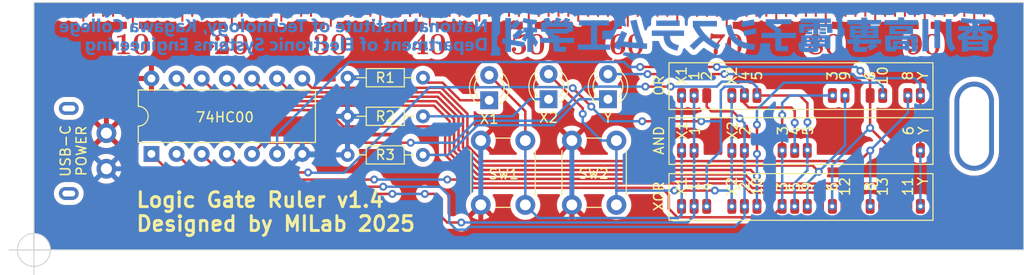
<source format=kicad_pcb>
(kicad_pcb (version 20241229) (generator "pcbnew") (generator_version "9.0")
  (layers (0 "F.Cu" signal) (2 "B.Cu" signal) (13 "F.Paste" user) (15 "B.Paste" user) (5 "F.SilkS" user "F.Silkscreen") (7 "B.SilkS" user "B.Silkscreen") (1 "F.Mask" user) (3 "B.Mask" user) (25 "Edge.Cuts" user))
  (net 0 "")
  (net 1 "/X1")
  (net 2 "/74HC00-1")
  (net 3 "/74HC00-4")
  (net 4 "/X2")
  (net 5 "/74HC00-2")
  (net 6 "/74HC00-10")
  (net 7 "/74HC00-3")
  (net 8 "/74HC00-5")
  (net 9 "/74HC00-9")
  (net 10 "/74HC00-6")
  (net 11 "/74HC00-12")
  (net 12 "/74HC00-8")
  (net 13 "/74HC00-13")
  (net 14 "/74HC00-11")
  (net 15 "/Y")
  (net 16 "+5V")
  (net 17 "GND")
  (net 19 "Net-(D1-Pad1)")
  (net 20 "Net-(D2-Pad1)")
  (net 21 "Net-(D3-Pad1)")
  (footprint "LED_THT:LED_D3.0mm" (layer "F.Cu") (at 86 39.88 90)
    (property "Reference" "X1")
    (property "Value" "LED")
  )
  (footprint "simpleLogicCircuit:pads_of_and" (layer "F.Cu") (at 105.435 44.9525)
    (property "Reference" "AND")
    (property "Value" "Pads_AND")
  )
  (footprint "LED_THT:LED_D3.0mm" (layer "F.Cu") (at 92 39.775 90)
    (property "Reference" "X2")
    (property "Value" "LED")
  )
  (footprint "LED_THT:LED_D3.0mm" (layer "F.Cu") (at 98 39.775 90)
    (property "Reference" "Y")
    (property "Value" "LED")
  )
  (footprint "Resistor_THT:R_Axial_DIN0204_L3.6mm_D1.6mm_P7.62mm_Horizontal" (layer "F.Cu") (at 79.31 45.4 180)
    (property "Reference" "R3")
    (property "Value" "R")
  )
  (footprint "simpleLogicCircuit:USB-C-A295-CTRPB-1" (layer "F.Cu") (at 39.925 45 -90)
    (property "Reference" "USB-CPWR" (hide yes))
    (property "Value" "USB_C_Receptacle_PowerOnly_6P")
  )
  (footprint "simpleLogicCircuit:numbers_footprint_835_fmask" (layer "F.Cu") (at 89.9 34.3)
    (property "Reference" "G***" (hide yes))
    (property "Value" "LOGO" (hide yes))
  )
  (footprint "Button_Switch_THT:SW_PUSH_6mm" (layer "F.Cu") (at 94.35 50.45 90)
    (property "Reference" "SW2")
    (property "Value" "SW_Push")
  )
  (footprint "Resistor_THT:R_Axial_DIN0204_L3.6mm_D1.6mm_P7.62mm_Horizontal" (layer "F.Cu") (at 79.31 41.5 180)
    (property "Reference" "R2")
    (property "Value" "R")
  )
  (footprint "Package_DIP:DIP-14_W7.62mm" (layer "F.Cu") (at 51.875 45.3 90)
    (property "Reference" "74HC00")
    (property "Value" "74HC00")
  )
  (footprint "simpleLogicCircuit:pads_of_xor" (layer "F.Cu") (at 105.435 50.6)
    (property "Reference" "XOR")
    (property "Value" "Pads_XOR")
  )
  (footprint "simpleLogicCircuit:numbers_footprint_835_fcu" (layer "F.Cu") (at 89.9 34.3)
    (property "Reference" "G***" (hide yes))
    (property "Value" "LOGO" (hide yes))
  )
  (footprint "simpleLogicCircuit:pads_of_or" (layer "F.Cu") (at 105.435 39.4)
    (property "Reference" "OR")
    (property "Value" "Pads_OR")
  )
  (footprint "simpleLogicCircuit:keyringhole" (layer "F.Cu") (at 135 42.5)
    (property "Reference" "REF**" (hide yes))
    (property "Value" "keyringhole" (hide yes))
  )
  (footprint "Button_Switch_THT:SW_PUSH_6mm" (layer "F.Cu") (at 85.15 50.45 90)
    (property "Reference" "SW1")
    (property "Value" "SW_Push")
  )
  (footprint "simpleLogicCircuit:ruler_10cm" (layer "F.Cu") (at 40 30)
    (property "Reference" "REF**" (hide yes))
    (property "Value" "ruler_10cm")
  )
  (footprint "Resistor_THT:R_Axial_DIN0204_L3.6mm_D1.6mm_P7.62mm_Horizontal" (layer "F.Cu") (at 79.31 37.6 180)
    (property "Reference" "R1")
    (property "Value" "R")
  )
  (footprint "simpleLogicCircuit:logo_text_nitkc" (layer "B.Cu") (at 89.452441 33.778223 180)
    (property "Reference" "G***" (hide yes))
    (property "Value" "LOGO" (hide yes))
  )
  (gr_rect (start 40 30) (end 140 55) (stroke (width 0.1)) (fill no) (layer "Edge.Cuts"))
  (gr_text "Logic Gate Ruler v1.4\nDesigned by MILab 2025" (at 50.2 51.15 0) (layer "F.SilkS") (effects (font (size 1.5 1.5) (thickness 0.3)) (justify left)))
  (gr_text "USB-C\nPOWER" (at 44 45 90) (layer "F.SilkS") (effects (font (size 1 1))))
  (target plus (at 40 55) (size 5) (width 0.1) (layer "Edge.Cuts"))
  (segment (start 89.65 40.99) (end 89.65 43.95) (width 0.25) (layer "F.Cu") (net 1))
  (segment (start 86 37.34) (end 89.65 40.99) (width 0.25) (layer "F.Cu") (net 1))
  (via (at 105.45 39.4) (size 0.8) (drill 0.4) (layers "F.Cu" "B.Cu") (net 1))
  (via (at 105.435 50.6) (size 0.8) (drill 0.4) (layers "F.Cu" "B.Cu") (net 1))
  (via (at 105.45 44.95) (size 0.8) (drill 0.4) (layers "F.Cu" "B.Cu") (net 1))
  (segment (start 105.45 39.4) (end 105.45 44.95) (width 0.25) (layer "B.Cu") (net 1))
  (segment (start 105.45 50.585) (end 105.435 50.6) (width 0.25) (layer "B.Cu") (net 1))
  (segment (start 105.095 51.775) (end 105.435 51.435) (width 0.25) (layer "B.Cu") (net 1))
  (segment (start 89.65 50.45) (end 90.975 51.775) (width 0.25) (layer "B.Cu") (net 1))
  (segment (start 89.65 43.95) (end 89.65 50.45) (width 0.25) (layer "B.Cu") (net 1))
  (segment (start 105.435 51.435) (end 105.435 50.6) (width 0.25) (layer "B.Cu") (net 1))
  (segment (start 105.45 44.95) (end 105.45 48.65) (width 0.25) (layer "B.Cu") (net 1))
  (segment (start 105.45 48.65) (end 105.45 50.585) (width 0.25) (layer "B.Cu") (net 1))
  (segment (start 90.975 51.775) (end 105.095 51.775) (width 0.25) (layer "B.Cu") (net 1))
  (segment (start 80.719 49.339) (end 81.15 49.77) (width 0.25) (layer "F.Cu") (net 2))
  (segment (start 81.76 52.23) (end 81.15 51.62) (width 0.25) (layer "F.Cu") (net 2))
  (segment (start 79.501 49.339) (end 80.719 49.339) (width 0.25) (layer "F.Cu") (net 2))
  (segment (start 83.18 52.23) (end 81.76 52.23) (width 0.25) (layer "F.Cu") (net 2))
  (segment (start 51.875 45.3) (end 55.1325 48.5575) (width 0.25) (layer "F.Cu") (net 2))
  (segment (start 55.1325 48.5575) (end 55.914 49.339) (width 0.25) (layer "F.Cu") (net 2))
  (segment (start 81.15 49.77) (end 81.15 51.62) (width 0.25) (layer "F.Cu") (net 2))
  (segment (start 55.914 49.339) (end 76.2147 49.339) (width 0.25) (layer "F.Cu") (net 2))
  (via (at 79.501 49.339) (size 0.8) (drill 0.4) (layers "F.Cu" "B.Cu") (net 2))
  (via (at 106.7 39.4) (size 0.8) (drill 0.4) (layers "F.Cu" "B.Cu") (net 2))
  (via (at 76.2147 49.339) (size 0.8) (drill 0.4) (layers "F.Cu" "B.Cu") (net 2))
  (via (at 106.7 44.95) (size 0.8) (drill 0.4) (layers "F.Cu" "B.Cu") (net 2))
  (via (at 106.7 50.6) (size 0.8) (drill 0.4) (layers "F.Cu" "B.Cu") (net 2))
  (via (at 83.18 52.23) (size 0.8) (drill 0.4) (layers "F.Cu" "B.Cu") (net 2))
  (segment (start 76.2147 49.339) (end 79.501 49.339) (width 0.25) (layer "B.Cu") (net 2))
  (segment (start 106.7 50.6) (end 106.7 51.56) (width 0.25) (layer "B.Cu") (net 2))
  (segment (start 106.7 51.56) (end 106.035 52.225) (width 0.25) (layer "B.Cu") (net 2))
  (segment (start 83.185 52.225) (end 83.18 52.23) (width 0.25) (layer "B.Cu") (net 2))
  (segment (start 106.7 44.95) (end 106.7 50.6) (width 0.25) (layer "B.Cu") (net 2))
  (segment (start 106.035 52.225) (end 104.18 52.225) (width 0.25) (layer "B.Cu") (net 2))
  (segment (start 106.7 39.4) (end 106.7 44.95) (width 0.25) (layer "B.Cu") (net 2))
  (segment (start 104.18 52.225) (end 83.185 52.225) (width 0.25) (layer "B.Cu") (net 2))
  (segment (start 116.535 40.615) (end 112.215 40.615) (width 0.25) (layer "F.Cu") (net 3))
  (segment (start 67.6995 47.169784) (end 67.7 47.170284) (width 0.25) (layer "F.Cu") (net 3))
  (segment (start 116.87 42.15) (end 116.87 40.95) (width 0.25) (layer "F.Cu") (net 3))
  (segment (start 116.87 40.95) (end 116.535 40.615) (width 0.25) (layer "F.Cu") (net 3))
  (segment (start 111.785 39.4) (end 111.785 40.185) (width 0.25) (layer "F.Cu") (net 3))
  (segment (start 111.785 40.185) (end 112.215 40.615) (width 0.25) (layer "F.Cu") (net 3))
  (segment (start 61.364784 47.169784) (end 67.6995 47.169784) (width 0.25) (layer "F.Cu") (net 3))
  (segment (start 59.495 45.3) (end 61.364784 47.169784) (width 0.25) (layer "F.Cu") (net 3))
  (segment (start 101.46 42) (end 107.4245 42) (width 0.25) (layer "F.Cu") (net 3))
  (segment (start 94.444799 38.655201) (end 96.314799 40.525201) (width 0.25) (layer "F.Cu") (net 3))
  (via (at 101.46 42) (size 0.8) (drill 0.4) (layers "F.Cu" "B.Cu") (net 3))
  (via (at 96.314799 40.525201) (size 0.8) (drill 0.4) (layers "F.Cu" "B.Cu") (net 3))
  (via (at 107.975 50.6) (size 0.8) (drill 0.4) (layers "F.Cu" "B.Cu") (net 3))
  (via (at 94.444799 38.655201) (size 0.8) (drill 0.4) (layers "F.Cu" "B.Cu") (net 3))
  (via (at 111.785 39.4) (size 0.8) (drill 0.4) (layers "F.Cu" "B.Cu") (net 3))
  (via (at 107.4245 42) (size 0.8) (drill 0.4) (layers "F.Cu" "B.Cu") (net 3))
  (via (at 67.7 47.170284) (size 0.8) (drill 0.4) (layers "F.Cu" "B.Cu") (net 3))
  (via (at 116.87 42.15) (size 0.8) (drill 0.4) (layers "F.Cu" "B.Cu") (net 3))
  (via (at 116.87 44.96) (size 0.8) (drill 0.4) (layers "F.Cu" "B.Cu") (net 3))
  (segment (start 109.8 38.5) (end 109.4 38.9) (width 0.25) (layer "B.Cu") (net 3))
  (segment (start 109.4 38.9) (end 109.4 42) (width 0.25) (layer "B.Cu") (net 3))
  (segment (start 79.069784 39.469784) (end 79.974568 38.565) (width 0.25) (layer "B.Cu") (net 3))
  (segment (start 86.45 38.55) (end 94.339598 38.55) (width 0.25) (layer "B.Cu") (net 3))
  (segment (start 111.785 39.4) (end 111.785 38.785) (width 0.25) (layer "B.Cu") (net 3))
  (segment (start 94.339598 38.55) (end 94.444799 38.655201) (width 0.25) (layer "B.Cu") (net 3))
  (segment (start 109.4 42) (end 109.4 45) (width 0.25) (layer "B.Cu") (net 3))
  (segment (start 71.339568 47.2) (end 79.069784 39.469784) (width 0.25) (layer "B.Cu") (net 3))
  (segment (start 67.7 47.170284) (end 67.729716 47.2) (width 0.25) (layer "B.Cu") (net 3))
  (segment (start 107.975 50.6) (end 107.975 46.425) (width 0.25) (layer "B.Cu") (net 3))
  (segment (start 96.314799 40.539799) (end 97.775 42) (width 0.25) (layer "B.Cu") (net 3))
  (segment (start 109.4 45) (end 108.6 45.8) (width 0.25) (layer "B.Cu") (net 3))
  (segment (start 107.975 46.425) (end 108.6 45.8) (width 0.25) (layer "B.Cu") (net 3))
  (segment (start 107.4245 42) (end 109.4 42) (width 0.25) (layer "B.Cu") (net 3))
  (segment (start 111.5 38.5) (end 109.8 38.5) (width 0.25) (layer "B.Cu") (net 3))
  (segment (start 116.87 44.96) (end 116.87 42.15) (width 0.25) (layer "B.Cu") (net 3))
  (segment (start 86.435 38.565) (end 86.45 38.55) (width 0.25) (layer "B.Cu") (net 3))
  (segment (start 97.775 42) (end 101.46 42) (width 0.25) (layer "B.Cu") (net 3))
  (segment (start 96.314799 40.525201) (end 96.314799 40.539799) (width 0.25) (layer "B.Cu") (net 3))
  (segment (start 111.785 38.785) (end 111.5 38.5) (width 0.25) (layer "B.Cu") (net 3))
  (segment (start 67.729716 47.2) (end 71.339568 47.2) (width 0.25) (layer "B.Cu") (net 3))
  (segment (start 79.974568 38.565) (end 86.435 38.565) (width 0.25) (layer "B.Cu") (net 3))
  (segment (start 95.45 40.685) (end 92 37.235) (width 0.25) (layer "F.Cu") (net 4))
  (segment (start 95.45 41.26) (end 95.45 40.685) (width 0.25) (layer "F.Cu") (net 4))
  (segment (start 104.7255 49.002) (end 108.8 49.002) (width 0.25) (layer "F.Cu") (net 4))
  (via (at 110.5 39.4) (size 0.8) (drill 0.4) (layers "F.Cu" "B.Cu") (net 4))
  (via (at 104.7255 49.002) (size 0.8) (drill 0.4) (layers "F.Cu" "B.Cu") (net 4))
  (via (at 95.45 41.26) (size 0.8) (drill 0.4) (layers "F.Cu" "B.Cu") (net 4))
  (via (at 108.8 49.002) (size 0.8) (drill 0.4) (layers "F.Cu" "B.Cu") (net 4))
  (via (at 110.5 45) (size 0.8) (drill 0.4) (layers "F.Cu" "B.Cu") (net 4))
  (via (at 110.515 50.6) (size 0.8) (drill 0.4) (layers "F.Cu" "B.Cu") (net 4))
  (segment (start 97.33 43.95) (end 98.85 43.95) (width 0.25) (layer "B.Cu") (net 4))
  (segment (start 108.8 49.002) (end 110.402 49.002) (width 0.25) (layer "B.Cu") (net 4))
  (segment (start 98.898 49.002) (end 98.85 49.05) (width 0.25) (layer "B.Cu") (net 4))
  (segment (start 95.45 42.07) (end 97.33 43.95) (width 0.25) (layer "B.Cu") (net 4))
  (segment (start 98.85 43.95) (end 98.85 48.75) (width 0.25) (layer "B.Cu") (net 4))
  (segment (start 95.45 41.26) (end 95.45 42.07) (width 0.25) (layer "B.Cu") (net 4))
  (segment (start 110.5 49.1) (end 110.5 50.585) (width 0.25) (layer "B.Cu") (net 4))
  (segment (start 110.402 49.002) (end 110.5 49.1) (width 0.25) (layer "B.Cu") (net 4))
  (segment (start 110.5 50.585) (end 110.515 50.6) (width 0.25) (layer "B.Cu") (net 4))
  (segment (start 104.7255 49.002) (end 98.898 49.002) (width 0.25) (layer "B.Cu") (net 4))
  (segment (start 110.5 39.4) (end 110.5 45) (width 0.25) (layer "B.Cu") (net 4))
  (segment (start 110.5 45) (end 110.5 49.1) (width 0.25) (layer "B.Cu") (net 4))
  (segment (start 98.85 48.75) (end 98.85 49.05) (width 0.25) (layer "B.Cu") (net 4))
  (segment (start 98.85 49.05) (end 98.85 50.45) (width 0.25) (layer "B.Cu") (net 4))
  (segment (start 108.45 41) (end 107.975 40.525) (width 0.25) (layer "F.Cu") (net 5))
  (segment (start 111.31 41.71) (end 110.6 41) (width 0.25) (layer "F.Cu") (net 5))
  (segment (start 107.975 40.525) (end 107.975 39.4) (width 0.25) (layer "F.Cu") (net 5))
  (segment (start 54.415 45.3) (end 57.1375 48.0225) (width 0.25) (layer "F.Cu") (net 5))
  (segment (start 57.7295 48.6145) (end 75.29128 48.6145) (width 0.25) (layer "F.Cu") (net 5))
  (segment (start 110.6 41) (end 108.45 41) (width 0.25) (layer "F.Cu") (net 5))
  (segment (start 57.1375 48.0225) (end 57.7295 48.6145) (width 0.25) (layer "F.Cu") (net 5))
  (via (at 111.31 41.71) (size 0.8) (drill 0.4) (layers "F.Cu" "B.Cu") (net 5))
  (via (at 75.29128 48.6145) (size 0.8) (drill 0.4) (layers "F.Cu" "B.Cu") (net 5))
  (via (at 111.8 50.6) (size 0.8) (drill 0.4) (layers "F.Cu" "B.Cu") (net 5))
  (via (at 111.8 44.95) (size 0.8) (drill 0.4) (layers "F.Cu" "B.Cu") (net 5))
  (segment (start 83.685 52.955) (end 82.675 52.955) (width 0.25) (layer "B.Cu") (net 5))
  (segment (start 110.815 52.675) (end 83.965 52.675) (width 0.25) (layer "B.Cu") (net 5))
  (segment (start 82.675 52.955) (end 81.97 52.25) (width 0.25) (layer "B.Cu") (net 5))
  (segment (start 111.8 50.6) (end 111.8 51.69) (width 0.25) (layer "B.Cu") (net 5))
  (segment (start 75.29128 48.6145) (end 81.0345 48.6145) (width 0.25) (layer "B.Cu") (net 5))
  (segment (start 81.0345 48.6145) (end 81.225 48.805) (width 0.25) (layer "B.Cu") (net 5))
  (segment (start 111.8 44.95) (end 111.8 50.6) (width 0.25) (layer "B.Cu") (net 5))
  (segment (start 81.97 49.55) (end 81.225 48.805) (width 0.25) (layer "B.Cu") (net 5))
  (segment (start 111.8 51.69) (end 110.815 52.675) (width 0.25) (layer "B.Cu") (net 5))
  (segment (start 111.8 42.2) (end 111.31 41.71) (width 0.25) (layer "B.Cu") (net 5))
  (segment (start 83.965 52.675) (end 83.685 52.955) (width 0.25) (layer "B.Cu") (net 5))
  (segment (start 111.8 44.95) (end 111.8 42.2) (width 0.25) (layer "B.Cu") (net 5))
  (segment (start 81.97 52.25) (end 81.97 49.55) (width 0.25) (layer "B.Cu") (net 5))
  (segment (start 63.88 39.525) (end 80.802208 39.525) (width 0.25) (layer "F.Cu") (net 6))
  (segment (start 112.4275 46.9275) (end 113.05 47.55) (width 0.25) (layer "F.Cu") (net 6))
  (segment (start 82.9 44.846625) (end 84.980875 46.9275) (width 0.25) (layer "F.Cu") (net 6))
  (segment (start 62.035 37.68) (end 63.88 39.525) (width 0.25) (layer "F.Cu") (net 6))
  (segment (start 80.802208 39.525) (end 82.9 41.622792) (width 0.25) (layer "F.Cu") (net 6))
  (segment (start 113.05 45.303) (end 113.05 42.346653) (width 0.25) (layer "F.Cu") (net 6))
  (segment (start 82.9 41.622792) (end 82.9 44.846625) (width 0.25) (layer "F.Cu") (net 6))
  (segment (start 113.05 42.346653) (end 113.049572 42.346225) (width 0.25) (layer "F.Cu") (net 6))
  (segment (start 84.980875 46.9275) (end 112.4275 46.9275) (width 0.25) (layer "F.Cu") (net 6))
  (via (at 113.049572 42.346225) (size 0.8) (drill 0.4) (layers "F.Cu" "B.Cu") (net 6))
  (via (at 125.75 39.4) (size 0.8) (drill 0.4) (layers "F.Cu" "B.Cu") (net 6))
  (via (at 113.05 45.303) (size 0.8) (drill 0.4) (layers "F.Cu" "B.Cu") (net 6))
  (via (at 113.05 47.55) (size 0.8) (drill 0.4) (layers "F.Cu" "B.Cu") (net 6))
  (via (at 113.05 50.6) (size 0.8) (drill 0.4) (layers "F.Cu" "B.Cu") (net 6))
  (segment (start 125.75 38.5) (end 125.35 38.1) (width 0.25) (layer "B.Cu") (net 6))
  (segment (start 113.05 47.55) (end 113.05 50.6) (width 0.25) (layer "B.Cu") (net 6))
  (segment (start 113.049572 40.830428) (end 115.78 38.1) (width 0.25) (layer "B.Cu") (net 6))
  (segment (start 125.75 39.4) (end 125.75 38.5) (width 0.25) (layer "B.Cu") (net 6))
  (segment (start 125.35 38.1) (end 115.78 38.1) (width 0.25) (layer "B.Cu") (net 6))
  (segment (start 113.049572 42.346225) (end 113.049572 40.830428) (width 0.25) (layer "B.Cu") (net 6))
  (segment (start 113.05 45.303) (end 113.05 47.55) (width 0.25) (layer "B.Cu") (net 6))
  (segment (start 103.425695 48.7275) (end 104.149098 49.450903) (width 0.25) (layer "F.Cu") (net 7))
  (segment (start 74.374716 47.895284) (end 74.38 47.89) (width 0.25) (layer "F.Cu") (net 7))
  (segment (start 81.77 47.89) (end 83.397791 47.89) (width 0.25) (layer "F.Cu") (net 7))
  (segment (start 84.5725 48.7275) (end 94.8275 48.7275) (width 0.25) (layer "F.Cu") (net 7))
  (segment (start 94.8275 48.7275) (end 103.425695 48.7275) (width 0.25) (layer "F.Cu") (net 7))
  (segment (start 115.595 41.385) (end 115.6 41.38) (width 0.25) (layer "F.Cu") (net 7))
  (segment (start 105.007183 51.7) (end 114.495 51.7) (width 0.25) (layer "F.Cu") (net 7))
  (segment (start 114.495 51.7) (end 115.595 50.6) (width 0.25) (layer "F.Cu") (net 7))
  (segment (start 83.397791 47.89) (end 84.235291 48.7275) (width 0.25) (layer "F.Cu") (net 7))
  (segment (start 115.595 44.9525) (end 115.595 41.385) (width 0.25) (layer "F.Cu") (net 7))
  (segment (start 84.5725 48.7275) (end 84.3325 48.7275) (width 0.25) (layer "F.Cu") (net 7))
  (segment (start 59.3625 47.7075) (end 56.955 45.3) (width 0.25) (layer "F.Cu") (net 7))
  (segment (start 104.149098 50.841915) (end 105.007183 51.7) (width 0.25) (layer "F.Cu") (net 7))
  (segment (start 59.3625 47.7075) (end 59.550284 47.895284) (width 0.25) (layer "F.Cu") (net 7))
  (segment (start 84.235291 48.7275) (end 84.3325 48.7275) (width 0.25) (layer "F.Cu") (net 7))
  (segment (start 59.550284 47.895284) (end 74.374716 47.895284) (width 0.25) (layer "F.Cu") (net 7))
  (segment (start 104.149098 49.450903) (end 104.149098 50.841915) (width 0.25) (layer "F.Cu") (net 7))
  (via (at 115.6 44.95) (size 0.8) (drill 0.4) (layers "F.Cu" "B.Cu") (net 7))
  (via (at 115.6 50.6) (size 0.8) (drill 0.4) (layers "F.Cu" "B.Cu") (net 7))
  (via (at 115.6 41.38) (size 0.8) (drill 0.4) (layers "F.Cu" "B.Cu") (net 7))
  (via (at 74.38 47.89) (size 0.8) (drill 0.4) (layers "F.Cu" "B.Cu") (net 7))
  (via (at 120.7 39.4) (size 0.8) (drill 0.4) (layers "F.Cu" "B.Cu") (net 7))
  (via (at 81.77 47.89) (size 0.8) (drill 0.4) (layers "F.Cu" "B.Cu") (net 7))
  (segment (start 115.6 41.38) (end 115.6 40.15) (width 0.25) (layer "B.Cu") (net 7))
  (segment (start 116.35 39.4) (end 120.7 39.4) (width 0.25) (layer "B.Cu") (net 7))
  (segment (start 115.6 44.95) (end 115.6 50.6) (width 0.25) (layer "B.Cu") (net 7))
  (segment (start 115.6 40.15) (end 116.35 39.4) (width 0.25) (layer "B.Cu") (net 7))
  (segment (start 74.38 47.89) (end 81.77 47.89) (width 0.25) (layer "B.Cu") (net 7))
  (segment (start 118.15 40.17) (end 118.15 42.09) (width 0.25) (layer "F.Cu") (net 8))
  (segment (start 63.165 44.17) (end 78.07 44.17) (width 0.25) (layer "F.Cu") (net 8))
  (segment (start 62.035 45.3) (end 63.165 44.17) (width 0.25) (layer "F.Cu") (net 8))
  (segment (start 113.055 39.4) (end 117.38 39.4) (width 0.25) (layer "F.Cu") (net 8))
  (segment (start 117.38 39.4) (end 118.15 40.17) (width 0.25) (layer "F.Cu") (net 8))
  (segment (start 101.78 38.5) (end 104.33 38.5) (width 0.25) (layer "F.Cu") (net 8))
  (via (at 104.33 38.5) (size 0.8) (drill 0.4) (layers "F.Cu" "B.Cu") (net 8))
  (via (at 78.07 44.17) (size 0.8) (drill 0.4) (layers "F.Cu" "B.Cu") (net 8))
  (via (at 118.15 42.09) (size 0.8) (drill 0.4) (layers "F.Cu" "B.Cu") (net 8))
  (via (at 113.05 39.4) (size 0.8) (drill 0.4) (layers "F.Cu" "B.Cu") (net 8))
  (via (at 116.85 50.6) (size 0.8) (drill 0.4) (layers "F.Cu" "B.Cu") (net 8))
  (via (at 101.78 38.5) (size 0.8) (drill 0.4) (layers "F.Cu" "B.Cu") (net 8))
  (via (at 118.15 44.9) (size 0.8) (drill 0.4) (layers "F.Cu" "B.Cu") (net 8))
  (segment (start 78.07 44.17) (end 82.419772 44.17) (width 0.25) (layer "B.Cu") (net 8))
  (segment (start 118.15 44.9) (end 118.15 42.09) (width 0.25) (layer "B.Cu") (net 8))
  (segment (start 104.33 38.5) (end 109 38.5) (width 0.25) (layer "B.Cu") (net 8))
  (segment (start 116.85 50.6) (end 116.85 48.25) (width 0.25) (layer "B.Cu") (net 8))
  (segment (start 113.05 38.55) (end 113.05 39.4) (width 0.25) (layer "B.Cu") (net 8))
  (segment (start 109 38.5) (end 109.5 38) (width 0.25) (layer "B.Cu") (net 8))
  (segment (start 116.85 48.25) (end 118.15 46.95) (width 0.25) (layer "B.Cu") (net 8))
  (segment (start 112.5 38) (end 113.05 38.55) (width 0.25) (layer "B.Cu") (net 8))
  (segment (start 82.419772 44.17) (end 84.639772 41.95) (width 0.25) (layer "B.Cu") (net 8))
  (segment (start 118.15 46.95) (end 118.15 44.9) (width 0.25) (layer "B.Cu") (net 8))
  (segment (start 84.639772 41.95) (end 92.275 41.95) (width 0.25) (layer "B.Cu") (net 8))
  (segment (start 95.725 38.5) (end 101.78 38.5) (width 0.25) (layer "B.Cu") (net 8))
  (segment (start 109.5 38) (end 112.5 38) (width 0.25) (layer "B.Cu") (net 8))
  (segment (start 92.275 41.95) (end 95.725 38.5) (width 0.25) (layer "B.Cu") (net 8))
  (segment (start 118.6775 46.4775) (end 119.3 47.1) (width 0.25) (layer "F.Cu") (net 9))
  (segment (start 83.35 44.660229) (end 85.167271 46.4775) (width 0.25) (layer "F.Cu") (net 9))
  (segment (start 80.988604 39.075) (end 83.35 41.436396) (width 0.25) (layer "F.Cu") (net 9))
  (segment (start 85.167271 46.4775) (end 118.6775 46.4775) (width 0.25) (layer "F.Cu") (net 9))
  (segment (start 83.35 41.436396) (end 83.35 44.660229) (width 0.25) (layer "F.Cu") (net 9))
  (segment (start 64.575 37.68) (end 65.97 39.075) (width 0.25) (layer "F.Cu") (net 9))
  (segment (start 65.97 39.075) (end 80.988604 39.075) (width 0.25) (layer "F.Cu") (net 9))
  (via (at 121.95 39.4) (size 0.8) (drill 0.4) (layers "F.Cu" "B.Cu") (net 9))
  (via (at 119.3 47.1) (size 0.8) (drill 0.4) (layers "F.Cu" "B.Cu") (net 9))
  (via (at 118.15 50.6) (size 0.8) (drill 0.4) (layers "F.Cu" "B.Cu") (net 9))
  (segment (start 118.15 48.25) (end 119.3 47.1) (width 0.25) (layer "B.Cu") (net 9))
  (segment (start 121.95 44.45) (end 121.95 39.4) (width 0.25) (layer "B.Cu") (net 9))
  (segment (start 118.15 50.6) (end 118.15 48.25) (width 0.25) (layer "B.Cu") (net 9))
  (segment (start 119.3 47.1) (end 121.95 44.45) (width 0.25) (layer "B.Cu") (net 9))
  (segment (start 126.7525 44.9525) (end 124.485 42.685) (width 0.25) (layer "F.Cu") (net 10))
  (segment (start 124.485 39.4) (end 124.485 41.385) (width 0.25) (layer "F.Cu") (net 10))
  (segment (start 124.485 37.885) (end 124.485 39.4) (width 0.25) (layer "F.Cu") (net 10))
  (segment (start 101.25 36.5105) (end 108.99 36.5105) (width 0.25) (layer "F.Cu") (net 10))
  (segment (start 124.485 42.685) (end 124.485 41.385) (width 0.25) (layer "F.Cu") (net 10))
  (segment (start 123.5 36.9) (end 124.485 37.885) (width 0.25) (layer "F.Cu") (net 10))
  (segment (start 128.295 44.9525) (end 126.7525 44.9525) (width 0.25) (layer "F.Cu") (net 10))
  (via (at 101.25 36.5105) (size 0.8) (drill 0.4) (layers "F.Cu" "B.Cu") (net 10))
  (via (at 123.5 36.9) (size 0.8) (drill 0.4) (layers "F.Cu" "B.Cu") (net 10))
  (via (at 120.65 50.6) (size 0.8) (drill 0.4) (layers "F.Cu" "B.Cu") (net 10))
  (via (at 124.485 42.685) (size 0.8) (drill 0.4) (layers "F.Cu" "B.Cu") (net 10))
  (via (at 108.99 36.5105) (size 0.8) (drill 0.4) (layers "F.Cu" "B.Cu") (net 10))
  (segment (start 99.625 36.01) (end 100.1255 36.5105) (width 0.25) (layer "B.Cu") (net 10))
  (segment (start 120.65 50.6) (end 120.65 46.45) (width 0.25) (layer "B.Cu") (net 10))
  (segment (start 124.415 42.685) (end 124.485 42.685) (width 0.25) (layer "B.Cu") (net 10))
  (segment (start 123.1105 36.5105) (end 123.5 36.9) (width 0.25) (layer "B.Cu") (net 10))
  (segment (start 64.575 43.265431) (end 64.575 45.3) (width 0.25) (layer "B.Cu") (net 10))
  (segment (start 71.830432 36.01) (end 64.575 43.265431) (width 0.25) (layer "B.Cu") (net 10))
  (segment (start 108.99 36.5105) (end 123.1105 36.5105) (width 0.25) (layer "B.Cu") (net 10))
  (segment (start 99.625 36.01) (end 71.830432 36.01) (width 0.25) (layer "B.Cu") (net 10))
  (segment (start 120.65 46.45) (end 124.415 42.685) (width 0.25) (layer "B.Cu") (net 10))
  (segment (start 100.1255 36.5105) (end 101.25 36.5105) (width 0.25) (layer "B.Cu") (net 10))
  (segment (start 80.429416 40.425) (end 77.425 40.425) (width 0.25) (layer "F.Cu") (net 11))
  (segment (start 84.608083 47.8275) (end 82 45.219417) (width 0.25) (layer "F.Cu") (net 11))
  (segment (start 82 41.995584) (end 80.429416 40.425) (width 0.25) (layer "F.Cu") (net 11))
  (segment (start 56.955 37.68) (end 59.7 40.425) (width 0.25) (layer "F.Cu") (net 11))
  (segment (start 121.35 48.75) (end 112.588299 48.75) (width 0.25) (layer "F.Cu") (net 11))
  (segment (start 111.665799 47.8275) (end 84.608083 47.8275) (width 0.25) (layer "F.Cu") (net 11))
  (segment (start 112.588299 48.75) (end 111.665799 47.8275) (width 0.25) (layer "F.Cu") (net 11))
  (segment (start 82 45.219417) (end 82 41.995584) (width 0.25) (layer "F.Cu") (net 11))
  (segment (start 121.945 49.345) (end 121.35 48.75) (width 0.25) (layer "F.Cu") (net 11))
  (segment (start 121.945 50.6) (end 121.945 49.345) (width 0.25) (layer "F.Cu") (net 11))
  (segment (start 59.7 40.425) (end 77.425 40.425) (width 0.25) (layer "F.Cu") (net 11))
  (segment (start 68.06 38.625) (end 81.175 38.625) (width 0.25) (layer "F.Cu") (net 12))
  (segment (start 67.115 37.68) (end 68.06 38.625) (width 0.25) (layer "F.Cu") (net 12))
  (segment (start 81.175 38.625) (end 83.8 41.25) (width 0.25) (layer "F.Cu") (net 12))
  (segment (start 83.8 44.473833) (end 85.353667 46.0275) (width 0.25) (layer "F.Cu") (net 12))
  (segment (start 83.8 41.25) (end 83.8 44.473833) (width 0.25) (layer "F.Cu") (net 12))
  (segment (start 85.353667 46.0275) (end 123.4225 46.0275) (width 0.25) (layer "F.Cu") (net 12))
  (segment (start 123.4225 46.0275) (end 124.5 44.95) (width 0.25) (layer "F.Cu") (net 12))
  (via (at 124.5 44.95) (size 0.8) (drill 0.4) (layers "F.Cu" "B.Cu") (net 12))
  (via (at 128.3 39.4) (size 0.8) (drill 0.4) (layers "F.Cu" "B.Cu") (net 12))
  (via (at 124.5 50.6) (size 0.8) (drill 0.4) (layers "F.Cu" "B.Cu") (net 12))
  (segment (start 128.3 41.15) (end 128.3 39.4) (width 0.25) (layer "B.Cu") (net 12))
  (segment (start 124.5 44.95) (end 128.3 41.15) (width 0.25) (layer "B.Cu") (net 12))
  (segment (start 124.5 45.95) (end 124.5 44.95) (width 0.25) (layer "B.Cu") (net 12))
  (segment (start 124.5 50.6) (end 124.5 45.95) (width 0.25) (layer "B.Cu") (net 12))
  (segment (start 84.421687 48.2775) (end 111.479403 48.2775) (width 0.25) (layer "F.Cu") (net 13))
  (segment (start 120.222183 51.675) (end 124.937817 51.675) (width 0.25) (layer "F.Cu") (net 13))
  (segment (start 119.7 49.6) (end 119.7 51.152817) (width 0.25) (layer "F.Cu") (net 13))
  (segment (start 119.7 51.152817) (end 120.222183 51.675) (width 0.25) (layer "F.Cu") (net 13))
  (segment (start 125.755 50.857817) (end 125.755 50.6) (width 0.25) (layer "F.Cu") (net 13))
  (segment (start 54.415 37.68) (end 57.61 40.875) (width 0.25) (layer "F.Cu") (net 13))
  (segment (start 81.55 42.92) (end 81.55 45.405812) (width 0.25) (layer "F.Cu") (net 13))
  (segment (start 71.265431 42.525) (end 81.155 42.525) (width 0.25) (layer "F.Cu") (net 13))
  (segment (start 119.3 49.2) (end 119.7 49.6) (width 0.25) (layer "F.Cu") (net 13))
  (segment (start 112.401903 49.2) (end 119.3 49.2) (width 0.25) (layer "F.Cu") (net 13))
  (segment (start 57.61 40.875) (end 69.615431 40.875) (width 0.25) (layer "F.Cu") (net 13))
  (segment (start 124.937817 51.675) (end 125.755 50.857817) (width 0.25) (layer "F.Cu") (net 13))
  (segment (start 111.479403 48.2775) (end 112.401903 49.2) (width 0.25) (layer "F.Cu") (net 13))
  (segment (start 81.55 45.405812) (end 84.421687 48.2775) (width 0.25) (layer "F.Cu") (net 13))
  (segment (start 81.155 42.525) (end 81.55 42.92) (width 0.25) (layer "F.Cu") (net 13))
  (segment (start 69.615431 40.875) (end 71.265431 42.525) (width 0.25) (layer "F.Cu") (net 13))
  (segment (start 80.615812 39.975) (end 82.45 41.809188) (width 0.25) (layer "F.Cu") (net 14))
  (segment (start 112.774695 48.3) (end 127.2 48.3) (width 0.25) (layer "F.Cu") (net 14))
  (segment (start 82.45 41.809188) (end 82.45 45.033021) (width 0.25) (layer "F.Cu") (net 14))
  (segment (start 61.79 39.975) (end 80.615812 39.975) (width 0.25) (layer "F.Cu") (net 14))
  (segment (start 111.852195 47.3775) (end 112.774695 48.3) (width 0.25) (layer "F.Cu") (net 14))
  (segment (start 59.495 37.68) (end 61.79 39.975) (width 0.25) (layer "F.Cu") (net 14))
  (segment (start 128.295 50.6) (end 128.295 49.505) (width 0.25) (layer "F.Cu") (net 14))
  (segment (start 127.2 48.3) (end 128.295 49.395) (width 0.25) (layer "F.Cu") (net 14))
  (segment (start 82.45 45.033021) (end 84.794479 47.3775) (width 0.25) (layer "F.Cu") (net 14))
  (segment (start 128.295 49.395) (end 128.295 49.505) (width 0.25) (layer "F.Cu") (net 14))
  (segment (start 84.794479 47.3775) (end 111.852195 47.3775) (width 0.25) (layer "F.Cu") (net 14))
  (segment (start 129.565 39.4) (end 129.565 44.9525) (width 0.25) (layer "F.Cu") (net 15))
  (segment (start 102 37.235) (end 109.76233 37.235) (width 0.25) (layer "F.Cu") (net 15))
  (via (at 109.76233 37.235) (size 0.8) (drill 0.4) (layers "F.Cu" "B.Cu") (net 15))
  (via (at 102 37.235) (size 0.8) (drill 0.4) (layers "F.Cu" "B.Cu") (net 15))
  (via (at 129.565 39.4) (size 0.8) (drill 0.4) (layers "F.Cu" "B.Cu") (net 15))
  (via (at 129.565 44.9525) (size 0.8) (drill 0.4) (layers "F.Cu" "B.Cu") (net 15))
  (via (at 129.57 50.59) (size 0.8) (drill 0.4) (layers "F.Cu" "B.Cu") (net 15))
  (segment (start 129.565 44.9525) (end 129.565 50.585) (width 0.25) (layer "B.Cu") (net 15))
  (segment (start 98 37.235) (end 102 37.235) (width 0.25) (layer "B.Cu") (net 15))
  (segment (start 129.565 50.585) (end 129.57 50.59) (width 0.25) (layer "B.Cu") (net 15))
  (segment (start 109.76233 37.235) (end 122.740305 37.235) (width 0.25) (layer "B.Cu") (net 15))
  (segment (start 123.130305 37.625) (end 124.635 37.625) (width 0.25) (layer "B.Cu") (net 15))
  (segment (start 124.635 37.625) (end 124.66 37.65) (width 0.25) (layer "B.Cu") (net 15))
  (segment (start 128.95 37.65) (end 124.66 37.65) (width 0.25) (layer "B.Cu") (net 15))
  (segment (start 129.565 38.265) (end 128.95 37.65) (width 0.25) (layer "B.Cu") (net 15))
  (segment (start 129.565 39.4) (end 129.565 38.265) (width 0.25) (layer "B.Cu") (net 15))
  (segment (start 122.740305 37.235) (end 123.130305 37.625) (width 0.25) (layer "B.Cu") (net 15))
  (segment (start 85.15 54.15) (end 85.13 54.17) (width 0.5) (layer "F.Cu") (net 16))
  (segment (start 94.35 50.45) (end 94.35 52.7) (width 0.5) (layer "F.Cu") (net 16))
  (segment (start 46.31 54.17) (end 85.13 54.17) (width 0.5) (layer "F.Cu") (net 16))
  (segment (start 93.14 54.17) (end 94.35 52.96) (width 0.5) (layer "F.Cu") (net 16))
  (segment (start 45.35 45.175) (end 45.35 49.99) (width 0.5) (layer "F.Cu") (net 16))
  (segment (start 94.35 52.96) (end 94.35 50.45) (width 0.5) (layer "F.Cu") (net 16))
  (segment (start 45.35 49.99) (end 45.35 50.4) (width 0.5) (layer "F.Cu") (net 16))
  (segment (start 85.13 54.17) (end 93.14 54.17) (width 0.5) (layer "F.Cu") (net 16))
  (segment (start 45.35 53.21) (end 46.31 54.17) (width 0.5) (layer "F.Cu") (net 16))
  (segment (start 85.15 50.45) (end 85.15 54.15) (width 0.5) (layer "F.Cu") (net 16))
  (segment (start 47.325 39.475) (end 47.325 43.2) (width 0.5) (layer "F.Cu") (net 16))
  (segment (start 49.12 37.68) (end 47.325 39.475) (width 0.5) (layer "F.Cu") (net 16))
  (segment (start 45.35 49.99) (end 45.35 53.21) (width 0.5) (layer "F.Cu") (net 16))
  (segment (start 51.875 37.68) (end 49.12 37.68) (width 0.5) (layer "F.Cu") (net 16))
  (segment (start 47.325 43.2) (end 45.35 45.175) (width 0.5) (layer "F.Cu") (net 16))
  (segment (start 85.15 43.95) (end 85.15 50.45) (width 0.5) (layer "B.Cu") (net 16))
  (segment (start 94.35 43.95) (end 94.35 50.45) (width 0.5) (layer "B.Cu") (net 16))
  (segment (start 67.215 45.4) (end 67.115 45.3) (width 0.5) (layer "B.Cu") (net 17))
  (segment (start 67.115 45.3) (end 65.615 46.8) (width 0.5) (layer "B.Cu") (net 17))
  (segment (start 71.69 45.4) (end 67.215 45.4) (width 0.5) (layer "B.Cu") (net 17))
  (segment (start 71.69 37.6) (end 71.69 45.4) (width 0.5) (layer "B.Cu") (net 17))
  (segment (start 65.615 46.8) (end 47.325 46.8) (width 0.5) (layer "B.Cu") (net 17))
  (segment (start 79.31 37.6) (end 79.81 38.1) (width 0.25) (layer "F.Cu") (net 19))
  (segment (start 83.066396 39.88) (end 86 39.88) (width 0.25) (layer "F.Cu") (net 19))
  (segment (start 81.286396 38.1) (end 83.066396 39.88) (width 0.25) (layer "F.Cu") (net 19))
  (segment (start 79.81 38.1) (end 81.286396 38.1) (width 0.25) (layer "F.Cu") (net 19))
  (segment (start 90.085 39.775) (end 88.36 41.5) (width 0.25) (layer "B.Cu") (net 20))
  (segment (start 88.36 41.5) (end 79.31 41.5) (width 0.25) (layer "B.Cu") (net 20))
  (segment (start 92 39.775) (end 90.085 39.775) (width 0.25) (layer "B.Cu") (net 20))
  (segment (start 83.7 43.526167) (end 83.7 43.55) (width 0.25) (layer "B.Cu") (net 21))
  (segment (start 84.826168 42.4) (end 83.7 43.526167) (width 0.25) (layer "B.Cu") (net 21))
  (segment (start 81.85 45.4) (end 79.31 45.4) (width 0.25) (layer "B.Cu") (net 21))
  (segment (start 98 39.775) (end 95.086396 39.775) (width 0.25) (layer "B.Cu") (net 21))
  (segment (start 95.086396 39.775) (end 92.461396 42.4) (width 0.25) (layer "B.Cu") (net 21))
  (segment (start 92.461396 42.4) (end 84.826168 42.4) (width 0.25) (layer "B.Cu") (net 21))
  (segment (start 83.7 43.55) (end 81.85 45.4) (width 0.25) (layer "B.Cu") (net 21))
  (zone (net 16) (net_name "+5V") (layer "F.Cu") (connect_pads (clearance 0.508)) (min_thickness 0.254) (fill yes (thermal_gap 0.508) (thermal_bridge_width 0.508))
    (polygon (pts (xy 140 55) (xy 40 55) (xy 40 30) (xy 140 30)))
  )
  (zone (net 17) (net_name "GND") (layer "B.Cu") (connect_pads (clearance 0.508)) (min_thickness 0.254) (fill yes (thermal_gap 0.508) (thermal_bridge_width 0.508))
    (polygon (pts (xy 140 55) (xy 40 55) (xy 40 30) (xy 140 30)))
  )
)
</source>
